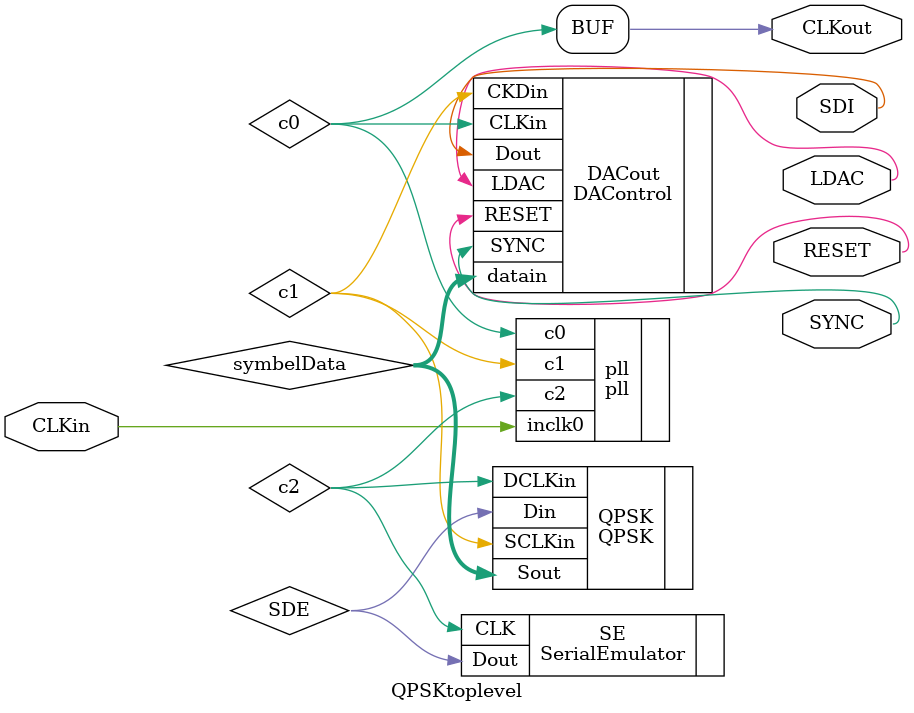
<source format=v>
module QPSKtoplevel(
	CLKin,
	CLKout,
	SDI,
	LDAC,
	RESET,
	SYNC
);

input CLKin;
output wire CLKout,SDI,LDAC,RESET,SYNC;
wire c0,c1,c2,SDE;
wire [11:0] symbelData;

assign CLKout=c0;

pll pll(
	.inclk0(CLKin),
	.c0(c0),
	.c1(c1),
	.c2(c2)
);

SerialEmulator SE(
	.CLK(c2),
	.Dout(SDE)
);

QPSK QPSK(
	.Din(SDE),
	.DCLKin(c2),
	.SCLKin(c1),
	.Sout(symbelData)
);

DAControl DACout(
	.datain(symbelData),
	.CKDin(c1),
	.CLKin(c0),
	.Dout(SDI),
	.LDAC(LDAC),
	.RESET(RESET),
	.SYNC(SYNC)
);

endmodule

</source>
